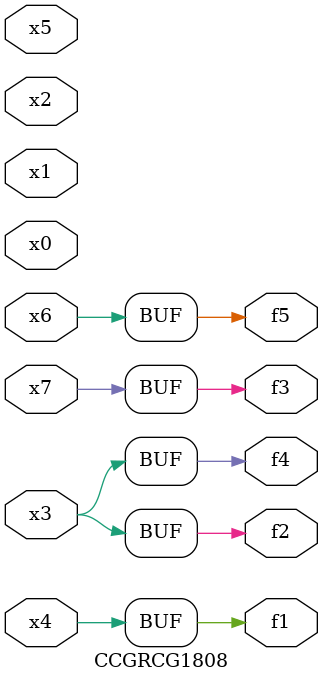
<source format=v>
module CCGRCG1808(
	input x0, x1, x2, x3, x4, x5, x6, x7,
	output f1, f2, f3, f4, f5
);
	assign f1 = x4;
	assign f2 = x3;
	assign f3 = x7;
	assign f4 = x3;
	assign f5 = x6;
endmodule

</source>
